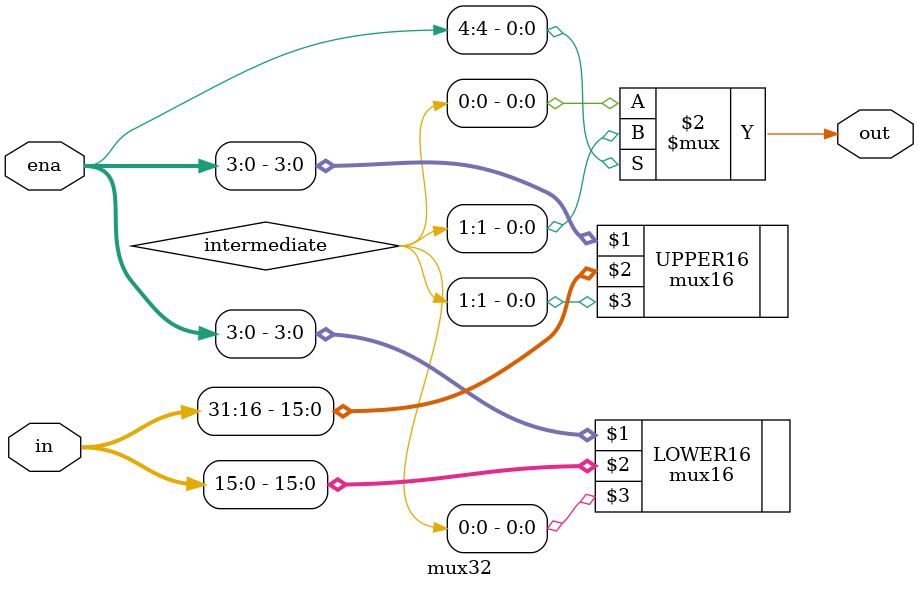
<source format=sv>
`default_nettype none

module mux32(ena, in, out);
  input wire [4:0]ena;
  input wire [31:0]in;

  logic [1:0] intermediate;

  output logic out;

  mux16 UPPER16 (ena[3:0], in[31:16], intermediate[1]);
  mux16 LOWER16 (ena[3:0], in[15:0], intermediate[0]);

  always_comb begin
    out = ena[4] ? intermediate[1]: intermediate[0];
  end 


endmodule
</source>
